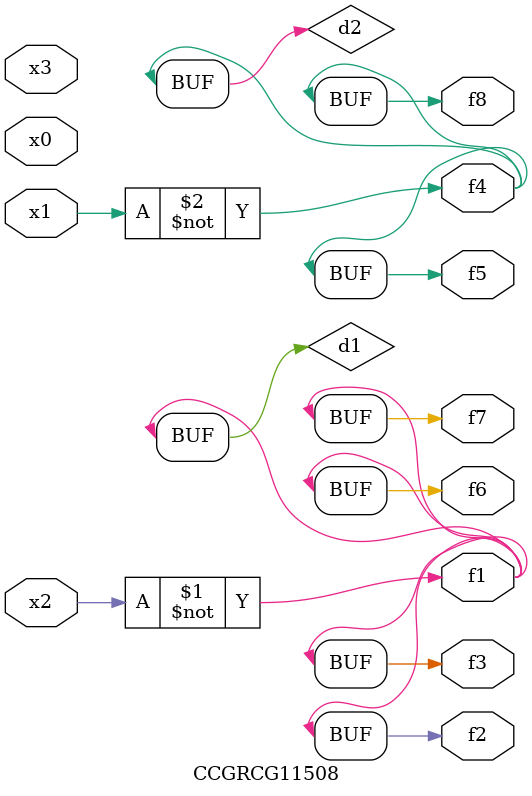
<source format=v>
module CCGRCG11508(
	input x0, x1, x2, x3,
	output f1, f2, f3, f4, f5, f6, f7, f8
);

	wire d1, d2;

	xnor (d1, x2);
	not (d2, x1);
	assign f1 = d1;
	assign f2 = d1;
	assign f3 = d1;
	assign f4 = d2;
	assign f5 = d2;
	assign f6 = d1;
	assign f7 = d1;
	assign f8 = d2;
endmodule

</source>
